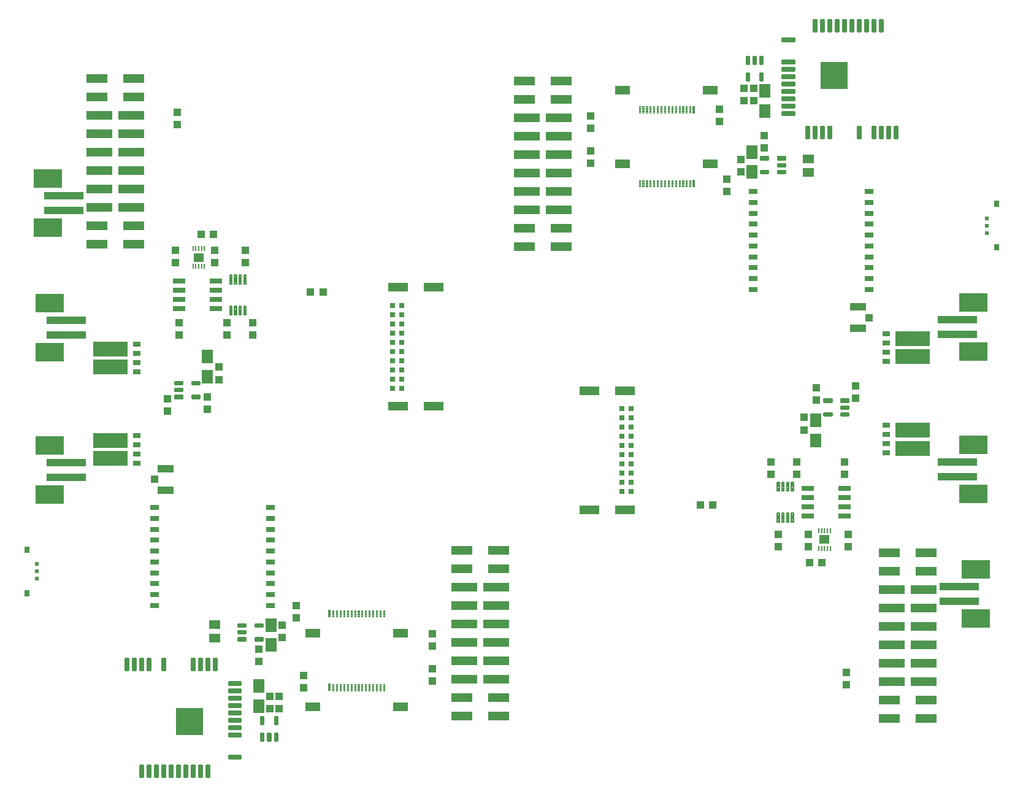
<source format=gbr>
G04 EAGLE Gerber RS-274X export*
G75*
%MOMM*%
%FSLAX34Y34*%
%LPD*%
%INSolderpaste Top*%
%IPPOS*%
%AMOC8*
5,1,8,0,0,1.08239X$1,22.5*%
G01*
%ADD10R,3.000000X1.270000*%
%ADD11R,3.680000X1.270000*%
%ADD12C,0.350000*%
%ADD13R,3.700000X3.700000*%
%ADD14R,1.270000X0.635000*%
%ADD15C,0.243678*%
%ADD16R,1.500000X1.950000*%
%ADD17R,1.080000X1.050000*%
%ADD18R,1.780000X0.720000*%
%ADD19R,1.000000X1.100000*%
%ADD20C,0.196759*%
%ADD21R,1.100000X1.000000*%
%ADD22R,0.700000X0.900000*%
%ADD23R,0.600000X0.600000*%
%ADD24R,4.851400X2.082800*%
%ADD25R,0.990600X0.762000*%
%ADD26R,5.500000X1.000000*%
%ADD27R,4.000000X2.600000*%
%ADD28C,0.120000*%
%ADD29R,0.300000X1.000000*%
%ADD30R,2.000000X1.300000*%
%ADD31R,0.800000X0.800000*%
%ADD32R,2.700000X1.200000*%
%ADD33R,0.200000X0.650000*%
%ADD34R,1.400000X1.300000*%
%ADD35R,2.200000X1.050000*%
%ADD36R,1.000000X1.050000*%
%ADD37R,1.500000X1.300000*%


D10*
X353400Y921400D03*
X353400Y946800D03*
D11*
X350000Y972200D03*
X350000Y997600D03*
X350000Y1023000D03*
X350000Y1048400D03*
X350000Y1073800D03*
X350000Y1099200D03*
D10*
X353400Y1124600D03*
X353400Y1150000D03*
X302600Y1150000D03*
X302600Y1124600D03*
D11*
X306000Y1099200D03*
X306000Y1073800D03*
X306000Y1048400D03*
X306000Y1023000D03*
X306000Y997600D03*
X306000Y972200D03*
D10*
X302600Y946800D03*
X302600Y921400D03*
X806600Y498600D03*
X806600Y473200D03*
D11*
X810000Y447800D03*
X810000Y422400D03*
X810000Y397000D03*
X810000Y371600D03*
X810000Y346200D03*
X810000Y320800D03*
D10*
X806600Y295400D03*
X806600Y270000D03*
X857400Y270000D03*
X857400Y295400D03*
D11*
X854000Y320800D03*
X854000Y346200D03*
X854000Y371600D03*
X854000Y397000D03*
X854000Y422400D03*
X854000Y447800D03*
D10*
X857400Y473200D03*
X857400Y498600D03*
D12*
X467954Y349336D02*
X467954Y333836D01*
X464454Y333836D01*
X464454Y349336D01*
X467954Y349336D01*
X467954Y337161D02*
X464454Y337161D01*
X464454Y340486D02*
X467954Y340486D01*
X467954Y343811D02*
X464454Y343811D01*
X464454Y347136D02*
X467954Y347136D01*
X457794Y202036D02*
X457794Y186536D01*
X454294Y186536D01*
X454294Y202036D01*
X457794Y202036D01*
X457794Y189861D02*
X454294Y189861D01*
X454294Y193186D02*
X457794Y193186D01*
X457794Y196511D02*
X454294Y196511D01*
X454294Y199836D02*
X457794Y199836D01*
X447634Y202036D02*
X447634Y186536D01*
X444134Y186536D01*
X444134Y202036D01*
X447634Y202036D01*
X447634Y189861D02*
X444134Y189861D01*
X444134Y193186D02*
X447634Y193186D01*
X447634Y196511D02*
X444134Y196511D01*
X444134Y199836D02*
X447634Y199836D01*
X437474Y202036D02*
X437474Y186536D01*
X433974Y186536D01*
X433974Y202036D01*
X437474Y202036D01*
X437474Y189861D02*
X433974Y189861D01*
X433974Y193186D02*
X437474Y193186D01*
X437474Y196511D02*
X433974Y196511D01*
X433974Y199836D02*
X437474Y199836D01*
X427314Y202036D02*
X427314Y186536D01*
X423814Y186536D01*
X423814Y202036D01*
X427314Y202036D01*
X427314Y189861D02*
X423814Y189861D01*
X423814Y193186D02*
X427314Y193186D01*
X427314Y196511D02*
X423814Y196511D01*
X423814Y199836D02*
X427314Y199836D01*
X417154Y202036D02*
X417154Y186536D01*
X413654Y186536D01*
X413654Y202036D01*
X417154Y202036D01*
X417154Y189861D02*
X413654Y189861D01*
X413654Y193186D02*
X417154Y193186D01*
X417154Y196511D02*
X413654Y196511D01*
X413654Y199836D02*
X417154Y199836D01*
X406994Y202036D02*
X406994Y186536D01*
X403494Y186536D01*
X403494Y202036D01*
X406994Y202036D01*
X406994Y189861D02*
X403494Y189861D01*
X403494Y193186D02*
X406994Y193186D01*
X406994Y196511D02*
X403494Y196511D01*
X403494Y199836D02*
X406994Y199836D01*
X396834Y202036D02*
X396834Y186536D01*
X393334Y186536D01*
X393334Y202036D01*
X396834Y202036D01*
X396834Y189861D02*
X393334Y189861D01*
X393334Y193186D02*
X396834Y193186D01*
X396834Y196511D02*
X393334Y196511D01*
X393334Y199836D02*
X396834Y199836D01*
X386674Y202036D02*
X386674Y186536D01*
X383174Y186536D01*
X383174Y202036D01*
X386674Y202036D01*
X386674Y189861D02*
X383174Y189861D01*
X383174Y193186D02*
X386674Y193186D01*
X386674Y196511D02*
X383174Y196511D01*
X383174Y199836D02*
X386674Y199836D01*
X376514Y202036D02*
X376514Y186536D01*
X373014Y186536D01*
X373014Y202036D01*
X376514Y202036D01*
X376514Y189861D02*
X373014Y189861D01*
X373014Y193186D02*
X376514Y193186D01*
X376514Y196511D02*
X373014Y196511D01*
X373014Y199836D02*
X376514Y199836D01*
X366354Y202036D02*
X366354Y186536D01*
X362854Y186536D01*
X362854Y202036D01*
X366354Y202036D01*
X366354Y189861D02*
X362854Y189861D01*
X362854Y193186D02*
X366354Y193186D01*
X366354Y196511D02*
X362854Y196511D01*
X362854Y199836D02*
X366354Y199836D01*
X457794Y333836D02*
X457794Y349336D01*
X457794Y333836D02*
X454294Y333836D01*
X454294Y349336D01*
X457794Y349336D01*
X457794Y337161D02*
X454294Y337161D01*
X454294Y340486D02*
X457794Y340486D01*
X457794Y343811D02*
X454294Y343811D01*
X454294Y347136D02*
X457794Y347136D01*
X447634Y349336D02*
X447634Y333836D01*
X444134Y333836D01*
X444134Y349336D01*
X447634Y349336D01*
X447634Y337161D02*
X444134Y337161D01*
X444134Y340486D02*
X447634Y340486D01*
X447634Y343811D02*
X444134Y343811D01*
X444134Y347136D02*
X447634Y347136D01*
X437474Y349336D02*
X437474Y333836D01*
X433974Y333836D01*
X433974Y349336D01*
X437474Y349336D01*
X437474Y337161D02*
X433974Y337161D01*
X433974Y340486D02*
X437474Y340486D01*
X437474Y343811D02*
X433974Y343811D01*
X433974Y347136D02*
X437474Y347136D01*
X396834Y349336D02*
X396834Y333836D01*
X393334Y333836D01*
X393334Y349336D01*
X396834Y349336D01*
X396834Y337161D02*
X393334Y337161D01*
X393334Y340486D02*
X396834Y340486D01*
X396834Y343811D02*
X393334Y343811D01*
X393334Y347136D02*
X396834Y347136D01*
X376514Y349336D02*
X376514Y333836D01*
X373014Y333836D01*
X373014Y349336D01*
X376514Y349336D01*
X376514Y337161D02*
X373014Y337161D01*
X373014Y340486D02*
X376514Y340486D01*
X376514Y343811D02*
X373014Y343811D01*
X373014Y347136D02*
X376514Y347136D01*
X366354Y349336D02*
X366354Y333836D01*
X362854Y333836D01*
X362854Y349336D01*
X366354Y349336D01*
X366354Y337161D02*
X362854Y337161D01*
X362854Y340486D02*
X366354Y340486D01*
X366354Y343811D02*
X362854Y343811D01*
X362854Y347136D02*
X366354Y347136D01*
X356194Y349336D02*
X356194Y333836D01*
X352694Y333836D01*
X352694Y349336D01*
X356194Y349336D01*
X356194Y337161D02*
X352694Y337161D01*
X352694Y340486D02*
X356194Y340486D01*
X356194Y343811D02*
X352694Y343811D01*
X352694Y347136D02*
X356194Y347136D01*
X346034Y349336D02*
X346034Y333836D01*
X342534Y333836D01*
X342534Y349336D01*
X346034Y349336D01*
X346034Y337161D02*
X342534Y337161D01*
X342534Y340486D02*
X346034Y340486D01*
X346034Y343811D02*
X342534Y343811D01*
X342534Y347136D02*
X346034Y347136D01*
X485154Y215036D02*
X500654Y215036D01*
X500654Y211536D01*
X485154Y211536D01*
X485154Y215036D01*
X485154Y214861D02*
X500654Y214861D01*
X500654Y245516D02*
X485154Y245516D01*
X500654Y245516D02*
X500654Y242016D01*
X485154Y242016D01*
X485154Y245516D01*
X485154Y245341D02*
X500654Y245341D01*
X500654Y255676D02*
X485154Y255676D01*
X500654Y255676D02*
X500654Y252176D01*
X485154Y252176D01*
X485154Y255676D01*
X485154Y255501D02*
X500654Y255501D01*
X500654Y265836D02*
X485154Y265836D01*
X500654Y265836D02*
X500654Y262336D01*
X485154Y262336D01*
X485154Y265836D01*
X485154Y265661D02*
X500654Y265661D01*
X500654Y275996D02*
X485154Y275996D01*
X500654Y275996D02*
X500654Y272496D01*
X485154Y272496D01*
X485154Y275996D01*
X485154Y275821D02*
X500654Y275821D01*
X500654Y286156D02*
X485154Y286156D01*
X500654Y286156D02*
X500654Y282656D01*
X485154Y282656D01*
X485154Y286156D01*
X485154Y285981D02*
X500654Y285981D01*
X500654Y296316D02*
X485154Y296316D01*
X500654Y296316D02*
X500654Y292816D01*
X485154Y292816D01*
X485154Y296316D01*
X485154Y296141D02*
X500654Y296141D01*
X500654Y306476D02*
X485154Y306476D01*
X500654Y306476D02*
X500654Y302976D01*
X485154Y302976D01*
X485154Y306476D01*
X485154Y306301D02*
X500654Y306301D01*
X500654Y316636D02*
X485154Y316636D01*
X500654Y316636D02*
X500654Y313136D01*
X485154Y313136D01*
X485154Y316636D01*
X485154Y316461D02*
X500654Y316461D01*
D13*
X430204Y263086D03*
D14*
X541740Y423012D03*
X541740Y438012D03*
X541740Y453012D03*
X541740Y468012D03*
X541740Y483012D03*
X541740Y498012D03*
X541740Y513012D03*
X541740Y528012D03*
X541740Y543012D03*
X541740Y558012D03*
X381740Y558012D03*
X381740Y543012D03*
X381740Y528012D03*
X381740Y513012D03*
X381740Y498012D03*
X381740Y483012D03*
X381740Y468012D03*
X381740Y453012D03*
X381740Y438012D03*
X381740Y423012D03*
D15*
X497423Y393756D02*
X507605Y393756D01*
X497423Y393756D02*
X497423Y397412D01*
X507605Y397412D01*
X507605Y393756D01*
X507605Y396071D02*
X497423Y396071D01*
X497423Y384256D02*
X507605Y384256D01*
X497423Y384256D02*
X497423Y387912D01*
X507605Y387912D01*
X507605Y384256D01*
X507605Y386571D02*
X497423Y386571D01*
X497423Y374756D02*
X507605Y374756D01*
X497423Y374756D02*
X497423Y378412D01*
X507605Y378412D01*
X507605Y374756D01*
X507605Y377071D02*
X497423Y377071D01*
X520923Y374756D02*
X531105Y374756D01*
X520923Y374756D02*
X520923Y378412D01*
X531105Y378412D01*
X531105Y374756D01*
X531105Y377071D02*
X520923Y377071D01*
X520923Y393756D02*
X531105Y393756D01*
X520923Y393756D02*
X520923Y397412D01*
X531105Y397412D01*
X531105Y393756D01*
X531105Y396071D02*
X520923Y396071D01*
X532232Y246277D02*
X532232Y236095D01*
X528576Y236095D01*
X528576Y246277D01*
X532232Y246277D01*
X532232Y238410D02*
X528576Y238410D01*
X528576Y240725D02*
X532232Y240725D01*
X532232Y243040D02*
X528576Y243040D01*
X528576Y245355D02*
X532232Y245355D01*
X541732Y246277D02*
X541732Y236095D01*
X538076Y236095D01*
X538076Y246277D01*
X541732Y246277D01*
X541732Y238410D02*
X538076Y238410D01*
X538076Y240725D02*
X541732Y240725D01*
X541732Y243040D02*
X538076Y243040D01*
X538076Y245355D02*
X541732Y245355D01*
X551232Y246277D02*
X551232Y236095D01*
X547576Y236095D01*
X547576Y246277D01*
X551232Y246277D01*
X551232Y238410D02*
X547576Y238410D01*
X547576Y240725D02*
X551232Y240725D01*
X551232Y243040D02*
X547576Y243040D01*
X547576Y245355D02*
X551232Y245355D01*
X551232Y259595D02*
X551232Y269777D01*
X551232Y259595D02*
X547576Y259595D01*
X547576Y269777D01*
X551232Y269777D01*
X551232Y261910D02*
X547576Y261910D01*
X547576Y264225D02*
X551232Y264225D01*
X551232Y266540D02*
X547576Y266540D01*
X547576Y268855D02*
X551232Y268855D01*
X532232Y269777D02*
X532232Y259595D01*
X528576Y259595D01*
X528576Y269777D01*
X532232Y269777D01*
X532232Y261910D02*
X528576Y261910D01*
X528576Y264225D02*
X532232Y264225D01*
X532232Y266540D02*
X528576Y266540D01*
X528576Y268855D02*
X532232Y268855D01*
D16*
X525904Y284186D03*
X525904Y311686D03*
X543264Y395834D03*
X543264Y368334D03*
D17*
X553904Y280186D03*
X553904Y297686D03*
X526264Y362834D03*
X526264Y345334D03*
X540904Y280186D03*
X540904Y297686D03*
X558264Y395834D03*
X558264Y378334D03*
D18*
X466652Y832250D03*
X415788Y832250D03*
X466652Y844950D03*
X466652Y857650D03*
X415788Y844950D03*
X415788Y857650D03*
X466652Y870350D03*
X415788Y870350D03*
D19*
X517420Y795810D03*
X517420Y812810D03*
X481860Y795810D03*
X481860Y812810D03*
D20*
X488825Y823725D02*
X488825Y835875D01*
X488825Y823725D02*
X485875Y823725D01*
X485875Y835875D01*
X488825Y835875D01*
X488825Y825595D02*
X485875Y825595D01*
X485875Y827465D02*
X488825Y827465D01*
X488825Y829335D02*
X485875Y829335D01*
X485875Y831205D02*
X488825Y831205D01*
X488825Y833075D02*
X485875Y833075D01*
X485875Y834945D02*
X488825Y834945D01*
X495325Y835875D02*
X495325Y823725D01*
X492375Y823725D01*
X492375Y835875D01*
X495325Y835875D01*
X495325Y825595D02*
X492375Y825595D01*
X492375Y827465D02*
X495325Y827465D01*
X495325Y829335D02*
X492375Y829335D01*
X492375Y831205D02*
X495325Y831205D01*
X495325Y833075D02*
X492375Y833075D01*
X492375Y834945D02*
X495325Y834945D01*
X501825Y835875D02*
X501825Y823725D01*
X498875Y823725D01*
X498875Y835875D01*
X501825Y835875D01*
X501825Y825595D02*
X498875Y825595D01*
X498875Y827465D02*
X501825Y827465D01*
X501825Y829335D02*
X498875Y829335D01*
X498875Y831205D02*
X501825Y831205D01*
X501825Y833075D02*
X498875Y833075D01*
X498875Y834945D02*
X501825Y834945D01*
X508325Y835875D02*
X508325Y823725D01*
X505375Y823725D01*
X505375Y835875D01*
X508325Y835875D01*
X508325Y825595D02*
X505375Y825595D01*
X505375Y827465D02*
X508325Y827465D01*
X508325Y829335D02*
X505375Y829335D01*
X505375Y831205D02*
X508325Y831205D01*
X508325Y833075D02*
X505375Y833075D01*
X505375Y834945D02*
X508325Y834945D01*
X508325Y866725D02*
X508325Y878875D01*
X508325Y866725D02*
X505375Y866725D01*
X505375Y878875D01*
X508325Y878875D01*
X508325Y868595D02*
X505375Y868595D01*
X505375Y870465D02*
X508325Y870465D01*
X508325Y872335D02*
X505375Y872335D01*
X505375Y874205D02*
X508325Y874205D01*
X508325Y876075D02*
X505375Y876075D01*
X505375Y877945D02*
X508325Y877945D01*
X501825Y878875D02*
X501825Y866725D01*
X498875Y866725D01*
X498875Y878875D01*
X501825Y878875D01*
X501825Y868595D02*
X498875Y868595D01*
X498875Y870465D02*
X501825Y870465D01*
X501825Y872335D02*
X498875Y872335D01*
X498875Y874205D02*
X501825Y874205D01*
X501825Y876075D02*
X498875Y876075D01*
X498875Y877945D02*
X501825Y877945D01*
X495325Y878875D02*
X495325Y866725D01*
X492375Y866725D01*
X492375Y878875D01*
X495325Y878875D01*
X495325Y868595D02*
X492375Y868595D01*
X492375Y870465D02*
X495325Y870465D01*
X495325Y872335D02*
X492375Y872335D01*
X492375Y874205D02*
X495325Y874205D01*
X495325Y876075D02*
X492375Y876075D01*
X492375Y877945D02*
X495325Y877945D01*
X488825Y878875D02*
X488825Y866725D01*
X485875Y866725D01*
X485875Y878875D01*
X488825Y878875D01*
X488825Y868595D02*
X485875Y868595D01*
X485875Y870465D02*
X488825Y870465D01*
X488825Y872335D02*
X485875Y872335D01*
X485875Y874205D02*
X488825Y874205D01*
X488825Y876075D02*
X485875Y876075D01*
X485875Y877945D02*
X488825Y877945D01*
D19*
X507260Y896140D03*
X507260Y913140D03*
X415820Y812810D03*
X415820Y795810D03*
X410740Y896140D03*
X410740Y913140D03*
X465350Y913140D03*
X465350Y896140D03*
D21*
X446690Y935120D03*
X463690Y935120D03*
D15*
X420333Y728192D02*
X410151Y728192D01*
X410151Y731848D01*
X420333Y731848D01*
X420333Y728192D01*
X420333Y730507D02*
X410151Y730507D01*
X410151Y718692D02*
X420333Y718692D01*
X410151Y718692D02*
X410151Y722348D01*
X420333Y722348D01*
X420333Y718692D01*
X420333Y721007D02*
X410151Y721007D01*
X410151Y709192D02*
X420333Y709192D01*
X410151Y709192D02*
X410151Y712848D01*
X420333Y712848D01*
X420333Y709192D01*
X420333Y711507D02*
X410151Y711507D01*
X433651Y709192D02*
X443833Y709192D01*
X433651Y709192D02*
X433651Y712848D01*
X443833Y712848D01*
X443833Y709192D01*
X443833Y711507D02*
X433651Y711507D01*
X433651Y728192D02*
X443833Y728192D01*
X433651Y728192D02*
X433651Y731848D01*
X443833Y731848D01*
X443833Y728192D01*
X443833Y730507D02*
X433651Y730507D01*
D16*
X455016Y738594D03*
X455016Y766094D03*
D17*
X454636Y710846D03*
X454636Y693346D03*
X471364Y734578D03*
X471364Y752078D03*
D22*
X205824Y499936D03*
X205824Y439936D03*
D23*
X219374Y469936D03*
X219374Y479936D03*
X219374Y459936D03*
D19*
X400184Y691060D03*
X400184Y708060D03*
D24*
X321167Y625798D03*
X321167Y650690D03*
D25*
X357743Y631894D03*
X357743Y619194D03*
X357743Y644594D03*
X357743Y657294D03*
D24*
X321167Y752186D03*
X321167Y777078D03*
D25*
X357743Y758282D03*
X357743Y745582D03*
X357743Y770982D03*
X357743Y783682D03*
D26*
X260000Y816260D03*
X260000Y796260D03*
D27*
X237500Y840260D03*
X237500Y772260D03*
D26*
X260000Y620000D03*
X260000Y600000D03*
D27*
X237500Y644000D03*
X237500Y576000D03*
D28*
X657648Y305416D02*
X659448Y305416D01*
X657648Y305416D02*
X657648Y314216D01*
X659448Y314216D01*
X659448Y305416D01*
X659448Y306556D02*
X657648Y306556D01*
X657648Y307696D02*
X659448Y307696D01*
X659448Y308836D02*
X657648Y308836D01*
X657648Y309976D02*
X659448Y309976D01*
X659448Y311116D02*
X657648Y311116D01*
X657648Y312256D02*
X659448Y312256D01*
X659448Y313396D02*
X657648Y313396D01*
X662648Y305416D02*
X664448Y305416D01*
X662648Y305416D02*
X662648Y314216D01*
X664448Y314216D01*
X664448Y305416D01*
X664448Y306556D02*
X662648Y306556D01*
X662648Y307696D02*
X664448Y307696D01*
X664448Y308836D02*
X662648Y308836D01*
X662648Y309976D02*
X664448Y309976D01*
X664448Y311116D02*
X662648Y311116D01*
X662648Y312256D02*
X664448Y312256D01*
X664448Y313396D02*
X662648Y313396D01*
X654448Y305416D02*
X652648Y305416D01*
X652648Y314216D01*
X654448Y314216D01*
X654448Y305416D01*
X654448Y306556D02*
X652648Y306556D01*
X652648Y307696D02*
X654448Y307696D01*
X654448Y308836D02*
X652648Y308836D01*
X652648Y309976D02*
X654448Y309976D01*
X654448Y311116D02*
X652648Y311116D01*
X652648Y312256D02*
X654448Y312256D01*
X654448Y313396D02*
X652648Y313396D01*
X649448Y305416D02*
X647648Y305416D01*
X647648Y314216D01*
X649448Y314216D01*
X649448Y305416D01*
X649448Y306556D02*
X647648Y306556D01*
X647648Y307696D02*
X649448Y307696D01*
X649448Y308836D02*
X647648Y308836D01*
X647648Y309976D02*
X649448Y309976D01*
X649448Y311116D02*
X647648Y311116D01*
X647648Y312256D02*
X649448Y312256D01*
X649448Y313396D02*
X647648Y313396D01*
X644448Y305416D02*
X642648Y305416D01*
X642648Y314216D01*
X644448Y314216D01*
X644448Y305416D01*
X644448Y306556D02*
X642648Y306556D01*
X642648Y307696D02*
X644448Y307696D01*
X644448Y308836D02*
X642648Y308836D01*
X642648Y309976D02*
X644448Y309976D01*
X644448Y311116D02*
X642648Y311116D01*
X642648Y312256D02*
X644448Y312256D01*
X644448Y313396D02*
X642648Y313396D01*
X639448Y305416D02*
X637648Y305416D01*
X637648Y314216D01*
X639448Y314216D01*
X639448Y305416D01*
X639448Y306556D02*
X637648Y306556D01*
X637648Y307696D02*
X639448Y307696D01*
X639448Y308836D02*
X637648Y308836D01*
X637648Y309976D02*
X639448Y309976D01*
X639448Y311116D02*
X637648Y311116D01*
X637648Y312256D02*
X639448Y312256D01*
X639448Y313396D02*
X637648Y313396D01*
X634448Y305416D02*
X632648Y305416D01*
X632648Y314216D01*
X634448Y314216D01*
X634448Y305416D01*
X634448Y306556D02*
X632648Y306556D01*
X632648Y307696D02*
X634448Y307696D01*
X634448Y308836D02*
X632648Y308836D01*
X632648Y309976D02*
X634448Y309976D01*
X634448Y311116D02*
X632648Y311116D01*
X632648Y312256D02*
X634448Y312256D01*
X634448Y313396D02*
X632648Y313396D01*
X629448Y305416D02*
X627648Y305416D01*
X627648Y314216D01*
X629448Y314216D01*
X629448Y305416D01*
X629448Y306556D02*
X627648Y306556D01*
X627648Y307696D02*
X629448Y307696D01*
X629448Y308836D02*
X627648Y308836D01*
X627648Y309976D02*
X629448Y309976D01*
X629448Y311116D02*
X627648Y311116D01*
X627648Y312256D02*
X629448Y312256D01*
X629448Y313396D02*
X627648Y313396D01*
D29*
X623548Y309816D03*
D28*
X667648Y305416D02*
X669448Y305416D01*
X667648Y305416D02*
X667648Y314216D01*
X669448Y314216D01*
X669448Y305416D01*
X669448Y306556D02*
X667648Y306556D01*
X667648Y307696D02*
X669448Y307696D01*
X669448Y308836D02*
X667648Y308836D01*
X667648Y309976D02*
X669448Y309976D01*
X669448Y311116D02*
X667648Y311116D01*
X667648Y312256D02*
X669448Y312256D01*
X669448Y313396D02*
X667648Y313396D01*
X672648Y305416D02*
X674448Y305416D01*
X672648Y305416D02*
X672648Y314216D01*
X674448Y314216D01*
X674448Y305416D01*
X674448Y306556D02*
X672648Y306556D01*
X672648Y307696D02*
X674448Y307696D01*
X674448Y308836D02*
X672648Y308836D01*
X672648Y309976D02*
X674448Y309976D01*
X674448Y311116D02*
X672648Y311116D01*
X672648Y312256D02*
X674448Y312256D01*
X674448Y313396D02*
X672648Y313396D01*
X677648Y305416D02*
X679448Y305416D01*
X677648Y305416D02*
X677648Y314216D01*
X679448Y314216D01*
X679448Y305416D01*
X679448Y306556D02*
X677648Y306556D01*
X677648Y307696D02*
X679448Y307696D01*
X679448Y308836D02*
X677648Y308836D01*
X677648Y309976D02*
X679448Y309976D01*
X679448Y311116D02*
X677648Y311116D01*
X677648Y312256D02*
X679448Y312256D01*
X679448Y313396D02*
X677648Y313396D01*
X682648Y305416D02*
X684448Y305416D01*
X682648Y305416D02*
X682648Y314216D01*
X684448Y314216D01*
X684448Y305416D01*
X684448Y306556D02*
X682648Y306556D01*
X682648Y307696D02*
X684448Y307696D01*
X684448Y308836D02*
X682648Y308836D01*
X682648Y309976D02*
X684448Y309976D01*
X684448Y311116D02*
X682648Y311116D01*
X682648Y312256D02*
X684448Y312256D01*
X684448Y313396D02*
X682648Y313396D01*
X687648Y305416D02*
X689448Y305416D01*
X687648Y305416D02*
X687648Y314216D01*
X689448Y314216D01*
X689448Y305416D01*
X689448Y306556D02*
X687648Y306556D01*
X687648Y307696D02*
X689448Y307696D01*
X689448Y308836D02*
X687648Y308836D01*
X687648Y309976D02*
X689448Y309976D01*
X689448Y311116D02*
X687648Y311116D01*
X687648Y312256D02*
X689448Y312256D01*
X689448Y313396D02*
X687648Y313396D01*
X692648Y305416D02*
X694448Y305416D01*
X692648Y305416D02*
X692648Y314216D01*
X694448Y314216D01*
X694448Y305416D01*
X694448Y306556D02*
X692648Y306556D01*
X692648Y307696D02*
X694448Y307696D01*
X694448Y308836D02*
X692648Y308836D01*
X692648Y309976D02*
X694448Y309976D01*
X694448Y311116D02*
X692648Y311116D01*
X692648Y312256D02*
X694448Y312256D01*
X694448Y313396D02*
X692648Y313396D01*
X697648Y305416D02*
X699448Y305416D01*
X697648Y305416D02*
X697648Y314216D01*
X699448Y314216D01*
X699448Y305416D01*
X699448Y306556D02*
X697648Y306556D01*
X697648Y307696D02*
X699448Y307696D01*
X699448Y308836D02*
X697648Y308836D01*
X697648Y309976D02*
X699448Y309976D01*
X699448Y311116D02*
X697648Y311116D01*
X697648Y312256D02*
X699448Y312256D01*
X699448Y313396D02*
X697648Y313396D01*
D30*
X721548Y282816D03*
X600548Y282816D03*
D28*
X657648Y407524D02*
X659448Y407524D01*
X657648Y407524D02*
X657648Y416324D01*
X659448Y416324D01*
X659448Y407524D01*
X659448Y408664D02*
X657648Y408664D01*
X657648Y409804D02*
X659448Y409804D01*
X659448Y410944D02*
X657648Y410944D01*
X657648Y412084D02*
X659448Y412084D01*
X659448Y413224D02*
X657648Y413224D01*
X657648Y414364D02*
X659448Y414364D01*
X659448Y415504D02*
X657648Y415504D01*
X662648Y407524D02*
X664448Y407524D01*
X662648Y407524D02*
X662648Y416324D01*
X664448Y416324D01*
X664448Y407524D01*
X664448Y408664D02*
X662648Y408664D01*
X662648Y409804D02*
X664448Y409804D01*
X664448Y410944D02*
X662648Y410944D01*
X662648Y412084D02*
X664448Y412084D01*
X664448Y413224D02*
X662648Y413224D01*
X662648Y414364D02*
X664448Y414364D01*
X664448Y415504D02*
X662648Y415504D01*
X654448Y407524D02*
X652648Y407524D01*
X652648Y416324D01*
X654448Y416324D01*
X654448Y407524D01*
X654448Y408664D02*
X652648Y408664D01*
X652648Y409804D02*
X654448Y409804D01*
X654448Y410944D02*
X652648Y410944D01*
X652648Y412084D02*
X654448Y412084D01*
X654448Y413224D02*
X652648Y413224D01*
X652648Y414364D02*
X654448Y414364D01*
X654448Y415504D02*
X652648Y415504D01*
X649448Y407524D02*
X647648Y407524D01*
X647648Y416324D01*
X649448Y416324D01*
X649448Y407524D01*
X649448Y408664D02*
X647648Y408664D01*
X647648Y409804D02*
X649448Y409804D01*
X649448Y410944D02*
X647648Y410944D01*
X647648Y412084D02*
X649448Y412084D01*
X649448Y413224D02*
X647648Y413224D01*
X647648Y414364D02*
X649448Y414364D01*
X649448Y415504D02*
X647648Y415504D01*
X644448Y407524D02*
X642648Y407524D01*
X642648Y416324D01*
X644448Y416324D01*
X644448Y407524D01*
X644448Y408664D02*
X642648Y408664D01*
X642648Y409804D02*
X644448Y409804D01*
X644448Y410944D02*
X642648Y410944D01*
X642648Y412084D02*
X644448Y412084D01*
X644448Y413224D02*
X642648Y413224D01*
X642648Y414364D02*
X644448Y414364D01*
X644448Y415504D02*
X642648Y415504D01*
X639448Y407524D02*
X637648Y407524D01*
X637648Y416324D01*
X639448Y416324D01*
X639448Y407524D01*
X639448Y408664D02*
X637648Y408664D01*
X637648Y409804D02*
X639448Y409804D01*
X639448Y410944D02*
X637648Y410944D01*
X637648Y412084D02*
X639448Y412084D01*
X639448Y413224D02*
X637648Y413224D01*
X637648Y414364D02*
X639448Y414364D01*
X639448Y415504D02*
X637648Y415504D01*
X634448Y407524D02*
X632648Y407524D01*
X632648Y416324D01*
X634448Y416324D01*
X634448Y407524D01*
X634448Y408664D02*
X632648Y408664D01*
X632648Y409804D02*
X634448Y409804D01*
X634448Y410944D02*
X632648Y410944D01*
X632648Y412084D02*
X634448Y412084D01*
X634448Y413224D02*
X632648Y413224D01*
X632648Y414364D02*
X634448Y414364D01*
X634448Y415504D02*
X632648Y415504D01*
X629448Y407524D02*
X627648Y407524D01*
X627648Y416324D01*
X629448Y416324D01*
X629448Y407524D01*
X629448Y408664D02*
X627648Y408664D01*
X627648Y409804D02*
X629448Y409804D01*
X629448Y410944D02*
X627648Y410944D01*
X627648Y412084D02*
X629448Y412084D01*
X629448Y413224D02*
X627648Y413224D01*
X627648Y414364D02*
X629448Y414364D01*
X629448Y415504D02*
X627648Y415504D01*
D29*
X623548Y411924D03*
D28*
X667648Y407524D02*
X669448Y407524D01*
X667648Y407524D02*
X667648Y416324D01*
X669448Y416324D01*
X669448Y407524D01*
X669448Y408664D02*
X667648Y408664D01*
X667648Y409804D02*
X669448Y409804D01*
X669448Y410944D02*
X667648Y410944D01*
X667648Y412084D02*
X669448Y412084D01*
X669448Y413224D02*
X667648Y413224D01*
X667648Y414364D02*
X669448Y414364D01*
X669448Y415504D02*
X667648Y415504D01*
X672648Y407524D02*
X674448Y407524D01*
X672648Y407524D02*
X672648Y416324D01*
X674448Y416324D01*
X674448Y407524D01*
X674448Y408664D02*
X672648Y408664D01*
X672648Y409804D02*
X674448Y409804D01*
X674448Y410944D02*
X672648Y410944D01*
X672648Y412084D02*
X674448Y412084D01*
X674448Y413224D02*
X672648Y413224D01*
X672648Y414364D02*
X674448Y414364D01*
X674448Y415504D02*
X672648Y415504D01*
X677648Y407524D02*
X679448Y407524D01*
X677648Y407524D02*
X677648Y416324D01*
X679448Y416324D01*
X679448Y407524D01*
X679448Y408664D02*
X677648Y408664D01*
X677648Y409804D02*
X679448Y409804D01*
X679448Y410944D02*
X677648Y410944D01*
X677648Y412084D02*
X679448Y412084D01*
X679448Y413224D02*
X677648Y413224D01*
X677648Y414364D02*
X679448Y414364D01*
X679448Y415504D02*
X677648Y415504D01*
X682648Y407524D02*
X684448Y407524D01*
X682648Y407524D02*
X682648Y416324D01*
X684448Y416324D01*
X684448Y407524D01*
X684448Y408664D02*
X682648Y408664D01*
X682648Y409804D02*
X684448Y409804D01*
X684448Y410944D02*
X682648Y410944D01*
X682648Y412084D02*
X684448Y412084D01*
X684448Y413224D02*
X682648Y413224D01*
X682648Y414364D02*
X684448Y414364D01*
X684448Y415504D02*
X682648Y415504D01*
X687648Y407524D02*
X689448Y407524D01*
X687648Y407524D02*
X687648Y416324D01*
X689448Y416324D01*
X689448Y407524D01*
X689448Y408664D02*
X687648Y408664D01*
X687648Y409804D02*
X689448Y409804D01*
X689448Y410944D02*
X687648Y410944D01*
X687648Y412084D02*
X689448Y412084D01*
X689448Y413224D02*
X687648Y413224D01*
X687648Y414364D02*
X689448Y414364D01*
X689448Y415504D02*
X687648Y415504D01*
X692648Y407524D02*
X694448Y407524D01*
X692648Y407524D02*
X692648Y416324D01*
X694448Y416324D01*
X694448Y407524D01*
X694448Y408664D02*
X692648Y408664D01*
X692648Y409804D02*
X694448Y409804D01*
X694448Y410944D02*
X692648Y410944D01*
X692648Y412084D02*
X694448Y412084D01*
X694448Y413224D02*
X692648Y413224D01*
X692648Y414364D02*
X694448Y414364D01*
X694448Y415504D02*
X692648Y415504D01*
X697648Y407524D02*
X699448Y407524D01*
X697648Y407524D02*
X697648Y416324D01*
X699448Y416324D01*
X699448Y407524D01*
X699448Y408664D02*
X697648Y408664D01*
X697648Y409804D02*
X699448Y409804D01*
X699448Y410944D02*
X697648Y410944D01*
X697648Y412084D02*
X699448Y412084D01*
X699448Y413224D02*
X697648Y413224D01*
X697648Y414364D02*
X699448Y414364D01*
X699448Y415504D02*
X697648Y415504D01*
D30*
X721548Y384924D03*
X600548Y384924D03*
D31*
X710300Y722850D03*
X710300Y735550D03*
X710300Y748250D03*
X710300Y760950D03*
X710300Y773650D03*
X710300Y786350D03*
X710300Y799050D03*
X710300Y811750D03*
X710300Y824450D03*
X710300Y837150D03*
X723000Y837150D03*
X723000Y824450D03*
X723000Y811750D03*
X723000Y799050D03*
X723000Y786350D03*
X723000Y773650D03*
X723000Y760950D03*
X723000Y748250D03*
X723000Y735550D03*
X723000Y722850D03*
D32*
X767500Y697900D03*
X767500Y862100D03*
X718500Y862100D03*
X718500Y697900D03*
D33*
X435000Y890750D03*
X439000Y890750D03*
X443000Y890750D03*
X447000Y890750D03*
X451000Y890750D03*
X451000Y915250D03*
X447000Y915250D03*
X443000Y915250D03*
X439000Y915250D03*
X435000Y915250D03*
D34*
X443000Y903000D03*
D35*
X397000Y611750D03*
X397000Y582250D03*
D36*
X381750Y597000D03*
D37*
X465000Y377500D03*
X465000Y396500D03*
D19*
X588000Y326500D03*
X588000Y309500D03*
X578000Y422500D03*
X578000Y405500D03*
X413000Y1086500D03*
X413000Y1103500D03*
X766000Y366500D03*
X766000Y383500D03*
X766000Y335500D03*
X766000Y318500D03*
D26*
X257000Y988000D03*
X257000Y968000D03*
D27*
X234500Y1012000D03*
X234500Y944000D03*
D21*
X614500Y855000D03*
X597500Y855000D03*
D10*
X1396600Y495600D03*
X1396600Y470200D03*
D11*
X1400000Y444800D03*
X1400000Y419400D03*
X1400000Y394000D03*
X1400000Y368600D03*
X1400000Y343200D03*
X1400000Y317800D03*
D10*
X1396600Y292400D03*
X1396600Y267000D03*
X1447400Y267000D03*
X1447400Y292400D03*
D11*
X1444000Y317800D03*
X1444000Y343200D03*
X1444000Y368600D03*
X1444000Y394000D03*
X1444000Y419400D03*
X1444000Y444800D03*
D10*
X1447400Y470200D03*
X1447400Y495600D03*
X943400Y918400D03*
X943400Y943800D03*
D11*
X940000Y969200D03*
X940000Y994600D03*
X940000Y1020000D03*
X940000Y1045400D03*
X940000Y1070800D03*
X940000Y1096200D03*
D10*
X943400Y1121600D03*
X943400Y1147000D03*
X892600Y1147000D03*
X892600Y1121600D03*
D11*
X896000Y1096200D03*
X896000Y1070800D03*
X896000Y1045400D03*
X896000Y1020000D03*
X896000Y994600D03*
X896000Y969200D03*
D10*
X892600Y943800D03*
X892600Y918400D03*
D12*
X1282046Y1067664D02*
X1282046Y1083164D01*
X1285546Y1083164D01*
X1285546Y1067664D01*
X1282046Y1067664D01*
X1282046Y1070989D02*
X1285546Y1070989D01*
X1285546Y1074314D02*
X1282046Y1074314D01*
X1282046Y1077639D02*
X1285546Y1077639D01*
X1285546Y1080964D02*
X1282046Y1080964D01*
X1292206Y1214964D02*
X1292206Y1230464D01*
X1295706Y1230464D01*
X1295706Y1214964D01*
X1292206Y1214964D01*
X1292206Y1218289D02*
X1295706Y1218289D01*
X1295706Y1221614D02*
X1292206Y1221614D01*
X1292206Y1224939D02*
X1295706Y1224939D01*
X1295706Y1228264D02*
X1292206Y1228264D01*
X1302366Y1230464D02*
X1302366Y1214964D01*
X1302366Y1230464D02*
X1305866Y1230464D01*
X1305866Y1214964D01*
X1302366Y1214964D01*
X1302366Y1218289D02*
X1305866Y1218289D01*
X1305866Y1221614D02*
X1302366Y1221614D01*
X1302366Y1224939D02*
X1305866Y1224939D01*
X1305866Y1228264D02*
X1302366Y1228264D01*
X1312526Y1230464D02*
X1312526Y1214964D01*
X1312526Y1230464D02*
X1316026Y1230464D01*
X1316026Y1214964D01*
X1312526Y1214964D01*
X1312526Y1218289D02*
X1316026Y1218289D01*
X1316026Y1221614D02*
X1312526Y1221614D01*
X1312526Y1224939D02*
X1316026Y1224939D01*
X1316026Y1228264D02*
X1312526Y1228264D01*
X1322686Y1230464D02*
X1322686Y1214964D01*
X1322686Y1230464D02*
X1326186Y1230464D01*
X1326186Y1214964D01*
X1322686Y1214964D01*
X1322686Y1218289D02*
X1326186Y1218289D01*
X1326186Y1221614D02*
X1322686Y1221614D01*
X1322686Y1224939D02*
X1326186Y1224939D01*
X1326186Y1228264D02*
X1322686Y1228264D01*
X1332846Y1230464D02*
X1332846Y1214964D01*
X1332846Y1230464D02*
X1336346Y1230464D01*
X1336346Y1214964D01*
X1332846Y1214964D01*
X1332846Y1218289D02*
X1336346Y1218289D01*
X1336346Y1221614D02*
X1332846Y1221614D01*
X1332846Y1224939D02*
X1336346Y1224939D01*
X1336346Y1228264D02*
X1332846Y1228264D01*
X1343006Y1230464D02*
X1343006Y1214964D01*
X1343006Y1230464D02*
X1346506Y1230464D01*
X1346506Y1214964D01*
X1343006Y1214964D01*
X1343006Y1218289D02*
X1346506Y1218289D01*
X1346506Y1221614D02*
X1343006Y1221614D01*
X1343006Y1224939D02*
X1346506Y1224939D01*
X1346506Y1228264D02*
X1343006Y1228264D01*
X1353166Y1230464D02*
X1353166Y1214964D01*
X1353166Y1230464D02*
X1356666Y1230464D01*
X1356666Y1214964D01*
X1353166Y1214964D01*
X1353166Y1218289D02*
X1356666Y1218289D01*
X1356666Y1221614D02*
X1353166Y1221614D01*
X1353166Y1224939D02*
X1356666Y1224939D01*
X1356666Y1228264D02*
X1353166Y1228264D01*
X1363326Y1230464D02*
X1363326Y1214964D01*
X1363326Y1230464D02*
X1366826Y1230464D01*
X1366826Y1214964D01*
X1363326Y1214964D01*
X1363326Y1218289D02*
X1366826Y1218289D01*
X1366826Y1221614D02*
X1363326Y1221614D01*
X1363326Y1224939D02*
X1366826Y1224939D01*
X1366826Y1228264D02*
X1363326Y1228264D01*
X1373486Y1230464D02*
X1373486Y1214964D01*
X1373486Y1230464D02*
X1376986Y1230464D01*
X1376986Y1214964D01*
X1373486Y1214964D01*
X1373486Y1218289D02*
X1376986Y1218289D01*
X1376986Y1221614D02*
X1373486Y1221614D01*
X1373486Y1224939D02*
X1376986Y1224939D01*
X1376986Y1228264D02*
X1373486Y1228264D01*
X1383646Y1230464D02*
X1383646Y1214964D01*
X1383646Y1230464D02*
X1387146Y1230464D01*
X1387146Y1214964D01*
X1383646Y1214964D01*
X1383646Y1218289D02*
X1387146Y1218289D01*
X1387146Y1221614D02*
X1383646Y1221614D01*
X1383646Y1224939D02*
X1387146Y1224939D01*
X1387146Y1228264D02*
X1383646Y1228264D01*
X1292206Y1083164D02*
X1292206Y1067664D01*
X1292206Y1083164D02*
X1295706Y1083164D01*
X1295706Y1067664D01*
X1292206Y1067664D01*
X1292206Y1070989D02*
X1295706Y1070989D01*
X1295706Y1074314D02*
X1292206Y1074314D01*
X1292206Y1077639D02*
X1295706Y1077639D01*
X1295706Y1080964D02*
X1292206Y1080964D01*
X1302366Y1083164D02*
X1302366Y1067664D01*
X1302366Y1083164D02*
X1305866Y1083164D01*
X1305866Y1067664D01*
X1302366Y1067664D01*
X1302366Y1070989D02*
X1305866Y1070989D01*
X1305866Y1074314D02*
X1302366Y1074314D01*
X1302366Y1077639D02*
X1305866Y1077639D01*
X1305866Y1080964D02*
X1302366Y1080964D01*
X1312526Y1083164D02*
X1312526Y1067664D01*
X1312526Y1083164D02*
X1316026Y1083164D01*
X1316026Y1067664D01*
X1312526Y1067664D01*
X1312526Y1070989D02*
X1316026Y1070989D01*
X1316026Y1074314D02*
X1312526Y1074314D01*
X1312526Y1077639D02*
X1316026Y1077639D01*
X1316026Y1080964D02*
X1312526Y1080964D01*
X1353166Y1083164D02*
X1353166Y1067664D01*
X1353166Y1083164D02*
X1356666Y1083164D01*
X1356666Y1067664D01*
X1353166Y1067664D01*
X1353166Y1070989D02*
X1356666Y1070989D01*
X1356666Y1074314D02*
X1353166Y1074314D01*
X1353166Y1077639D02*
X1356666Y1077639D01*
X1356666Y1080964D02*
X1353166Y1080964D01*
X1373486Y1083164D02*
X1373486Y1067664D01*
X1373486Y1083164D02*
X1376986Y1083164D01*
X1376986Y1067664D01*
X1373486Y1067664D01*
X1373486Y1070989D02*
X1376986Y1070989D01*
X1376986Y1074314D02*
X1373486Y1074314D01*
X1373486Y1077639D02*
X1376986Y1077639D01*
X1376986Y1080964D02*
X1373486Y1080964D01*
X1383646Y1083164D02*
X1383646Y1067664D01*
X1383646Y1083164D02*
X1387146Y1083164D01*
X1387146Y1067664D01*
X1383646Y1067664D01*
X1383646Y1070989D02*
X1387146Y1070989D01*
X1387146Y1074314D02*
X1383646Y1074314D01*
X1383646Y1077639D02*
X1387146Y1077639D01*
X1387146Y1080964D02*
X1383646Y1080964D01*
X1393806Y1083164D02*
X1393806Y1067664D01*
X1393806Y1083164D02*
X1397306Y1083164D01*
X1397306Y1067664D01*
X1393806Y1067664D01*
X1393806Y1070989D02*
X1397306Y1070989D01*
X1397306Y1074314D02*
X1393806Y1074314D01*
X1393806Y1077639D02*
X1397306Y1077639D01*
X1397306Y1080964D02*
X1393806Y1080964D01*
X1403966Y1083164D02*
X1403966Y1067664D01*
X1403966Y1083164D02*
X1407466Y1083164D01*
X1407466Y1067664D01*
X1403966Y1067664D01*
X1403966Y1070989D02*
X1407466Y1070989D01*
X1407466Y1074314D02*
X1403966Y1074314D01*
X1403966Y1077639D02*
X1407466Y1077639D01*
X1407466Y1080964D02*
X1403966Y1080964D01*
X1264846Y1201964D02*
X1249346Y1201964D01*
X1249346Y1205464D01*
X1264846Y1205464D01*
X1264846Y1201964D01*
X1264846Y1205289D02*
X1249346Y1205289D01*
X1249346Y1171484D02*
X1264846Y1171484D01*
X1249346Y1171484D02*
X1249346Y1174984D01*
X1264846Y1174984D01*
X1264846Y1171484D01*
X1264846Y1174809D02*
X1249346Y1174809D01*
X1249346Y1161324D02*
X1264846Y1161324D01*
X1249346Y1161324D02*
X1249346Y1164824D01*
X1264846Y1164824D01*
X1264846Y1161324D01*
X1264846Y1164649D02*
X1249346Y1164649D01*
X1249346Y1151164D02*
X1264846Y1151164D01*
X1249346Y1151164D02*
X1249346Y1154664D01*
X1264846Y1154664D01*
X1264846Y1151164D01*
X1264846Y1154489D02*
X1249346Y1154489D01*
X1249346Y1141004D02*
X1264846Y1141004D01*
X1249346Y1141004D02*
X1249346Y1144504D01*
X1264846Y1144504D01*
X1264846Y1141004D01*
X1264846Y1144329D02*
X1249346Y1144329D01*
X1249346Y1130844D02*
X1264846Y1130844D01*
X1249346Y1130844D02*
X1249346Y1134344D01*
X1264846Y1134344D01*
X1264846Y1130844D01*
X1264846Y1134169D02*
X1249346Y1134169D01*
X1249346Y1120684D02*
X1264846Y1120684D01*
X1249346Y1120684D02*
X1249346Y1124184D01*
X1264846Y1124184D01*
X1264846Y1120684D01*
X1264846Y1124009D02*
X1249346Y1124009D01*
X1249346Y1110524D02*
X1264846Y1110524D01*
X1249346Y1110524D02*
X1249346Y1114024D01*
X1264846Y1114024D01*
X1264846Y1110524D01*
X1264846Y1113849D02*
X1249346Y1113849D01*
X1249346Y1100364D02*
X1264846Y1100364D01*
X1249346Y1100364D02*
X1249346Y1103864D01*
X1264846Y1103864D01*
X1264846Y1100364D01*
X1264846Y1103689D02*
X1249346Y1103689D01*
D13*
X1319796Y1153914D03*
D14*
X1208260Y993988D03*
X1208260Y978988D03*
X1208260Y963988D03*
X1208260Y948988D03*
X1208260Y933988D03*
X1208260Y918988D03*
X1208260Y903988D03*
X1208260Y888988D03*
X1208260Y873988D03*
X1208260Y858988D03*
X1368260Y858988D03*
X1368260Y873988D03*
X1368260Y888988D03*
X1368260Y903988D03*
X1368260Y918988D03*
X1368260Y933988D03*
X1368260Y948988D03*
X1368260Y963988D03*
X1368260Y978988D03*
X1368260Y993988D03*
D15*
X1252577Y1023244D02*
X1242395Y1023244D01*
X1252577Y1023244D02*
X1252577Y1019588D01*
X1242395Y1019588D01*
X1242395Y1023244D01*
X1242395Y1021903D02*
X1252577Y1021903D01*
X1252577Y1032744D02*
X1242395Y1032744D01*
X1252577Y1032744D02*
X1252577Y1029088D01*
X1242395Y1029088D01*
X1242395Y1032744D01*
X1242395Y1031403D02*
X1252577Y1031403D01*
X1252577Y1042244D02*
X1242395Y1042244D01*
X1252577Y1042244D02*
X1252577Y1038588D01*
X1242395Y1038588D01*
X1242395Y1042244D01*
X1242395Y1040903D02*
X1252577Y1040903D01*
X1229077Y1042244D02*
X1218895Y1042244D01*
X1229077Y1042244D02*
X1229077Y1038588D01*
X1218895Y1038588D01*
X1218895Y1042244D01*
X1218895Y1040903D02*
X1229077Y1040903D01*
X1229077Y1023244D02*
X1218895Y1023244D01*
X1229077Y1023244D02*
X1229077Y1019588D01*
X1218895Y1019588D01*
X1218895Y1023244D01*
X1218895Y1021903D02*
X1229077Y1021903D01*
X1217768Y1170723D02*
X1217768Y1180905D01*
X1221424Y1180905D01*
X1221424Y1170723D01*
X1217768Y1170723D01*
X1217768Y1173038D02*
X1221424Y1173038D01*
X1221424Y1175353D02*
X1217768Y1175353D01*
X1217768Y1177668D02*
X1221424Y1177668D01*
X1221424Y1179983D02*
X1217768Y1179983D01*
X1208268Y1180905D02*
X1208268Y1170723D01*
X1208268Y1180905D02*
X1211924Y1180905D01*
X1211924Y1170723D01*
X1208268Y1170723D01*
X1208268Y1173038D02*
X1211924Y1173038D01*
X1211924Y1175353D02*
X1208268Y1175353D01*
X1208268Y1177668D02*
X1211924Y1177668D01*
X1211924Y1179983D02*
X1208268Y1179983D01*
X1198768Y1180905D02*
X1198768Y1170723D01*
X1198768Y1180905D02*
X1202424Y1180905D01*
X1202424Y1170723D01*
X1198768Y1170723D01*
X1198768Y1173038D02*
X1202424Y1173038D01*
X1202424Y1175353D02*
X1198768Y1175353D01*
X1198768Y1177668D02*
X1202424Y1177668D01*
X1202424Y1179983D02*
X1198768Y1179983D01*
X1198768Y1157405D02*
X1198768Y1147223D01*
X1198768Y1157405D02*
X1202424Y1157405D01*
X1202424Y1147223D01*
X1198768Y1147223D01*
X1198768Y1149538D02*
X1202424Y1149538D01*
X1202424Y1151853D02*
X1198768Y1151853D01*
X1198768Y1154168D02*
X1202424Y1154168D01*
X1202424Y1156483D02*
X1198768Y1156483D01*
X1217768Y1157405D02*
X1217768Y1147223D01*
X1217768Y1157405D02*
X1221424Y1157405D01*
X1221424Y1147223D01*
X1217768Y1147223D01*
X1217768Y1149538D02*
X1221424Y1149538D01*
X1221424Y1151853D02*
X1217768Y1151853D01*
X1217768Y1154168D02*
X1221424Y1154168D01*
X1221424Y1156483D02*
X1217768Y1156483D01*
D16*
X1224096Y1132814D03*
X1224096Y1105314D03*
X1206736Y1021166D03*
X1206736Y1048666D03*
D17*
X1196096Y1136814D03*
X1196096Y1119314D03*
X1223736Y1054166D03*
X1223736Y1071666D03*
X1209096Y1136814D03*
X1209096Y1119314D03*
X1191736Y1021166D03*
X1191736Y1038666D03*
D18*
X1283348Y584750D03*
X1334212Y584750D03*
X1283348Y572050D03*
X1283348Y559350D03*
X1334212Y572050D03*
X1334212Y559350D03*
X1283348Y546650D03*
X1334212Y546650D03*
D19*
X1232580Y621190D03*
X1232580Y604190D03*
X1268140Y621190D03*
X1268140Y604190D03*
D20*
X1261175Y593275D02*
X1261175Y581125D01*
X1261175Y593275D02*
X1264125Y593275D01*
X1264125Y581125D01*
X1261175Y581125D01*
X1261175Y582995D02*
X1264125Y582995D01*
X1264125Y584865D02*
X1261175Y584865D01*
X1261175Y586735D02*
X1264125Y586735D01*
X1264125Y588605D02*
X1261175Y588605D01*
X1261175Y590475D02*
X1264125Y590475D01*
X1264125Y592345D02*
X1261175Y592345D01*
X1254675Y593275D02*
X1254675Y581125D01*
X1254675Y593275D02*
X1257625Y593275D01*
X1257625Y581125D01*
X1254675Y581125D01*
X1254675Y582995D02*
X1257625Y582995D01*
X1257625Y584865D02*
X1254675Y584865D01*
X1254675Y586735D02*
X1257625Y586735D01*
X1257625Y588605D02*
X1254675Y588605D01*
X1254675Y590475D02*
X1257625Y590475D01*
X1257625Y592345D02*
X1254675Y592345D01*
X1248175Y593275D02*
X1248175Y581125D01*
X1248175Y593275D02*
X1251125Y593275D01*
X1251125Y581125D01*
X1248175Y581125D01*
X1248175Y582995D02*
X1251125Y582995D01*
X1251125Y584865D02*
X1248175Y584865D01*
X1248175Y586735D02*
X1251125Y586735D01*
X1251125Y588605D02*
X1248175Y588605D01*
X1248175Y590475D02*
X1251125Y590475D01*
X1251125Y592345D02*
X1248175Y592345D01*
X1241675Y593275D02*
X1241675Y581125D01*
X1241675Y593275D02*
X1244625Y593275D01*
X1244625Y581125D01*
X1241675Y581125D01*
X1241675Y582995D02*
X1244625Y582995D01*
X1244625Y584865D02*
X1241675Y584865D01*
X1241675Y586735D02*
X1244625Y586735D01*
X1244625Y588605D02*
X1241675Y588605D01*
X1241675Y590475D02*
X1244625Y590475D01*
X1244625Y592345D02*
X1241675Y592345D01*
X1241675Y550275D02*
X1241675Y538125D01*
X1241675Y550275D02*
X1244625Y550275D01*
X1244625Y538125D01*
X1241675Y538125D01*
X1241675Y539995D02*
X1244625Y539995D01*
X1244625Y541865D02*
X1241675Y541865D01*
X1241675Y543735D02*
X1244625Y543735D01*
X1244625Y545605D02*
X1241675Y545605D01*
X1241675Y547475D02*
X1244625Y547475D01*
X1244625Y549345D02*
X1241675Y549345D01*
X1248175Y550275D02*
X1248175Y538125D01*
X1248175Y550275D02*
X1251125Y550275D01*
X1251125Y538125D01*
X1248175Y538125D01*
X1248175Y539995D02*
X1251125Y539995D01*
X1251125Y541865D02*
X1248175Y541865D01*
X1248175Y543735D02*
X1251125Y543735D01*
X1251125Y545605D02*
X1248175Y545605D01*
X1248175Y547475D02*
X1251125Y547475D01*
X1251125Y549345D02*
X1248175Y549345D01*
X1254675Y550275D02*
X1254675Y538125D01*
X1254675Y550275D02*
X1257625Y550275D01*
X1257625Y538125D01*
X1254675Y538125D01*
X1254675Y539995D02*
X1257625Y539995D01*
X1257625Y541865D02*
X1254675Y541865D01*
X1254675Y543735D02*
X1257625Y543735D01*
X1257625Y545605D02*
X1254675Y545605D01*
X1254675Y547475D02*
X1257625Y547475D01*
X1257625Y549345D02*
X1254675Y549345D01*
X1261175Y550275D02*
X1261175Y538125D01*
X1261175Y550275D02*
X1264125Y550275D01*
X1264125Y538125D01*
X1261175Y538125D01*
X1261175Y539995D02*
X1264125Y539995D01*
X1264125Y541865D02*
X1261175Y541865D01*
X1261175Y543735D02*
X1264125Y543735D01*
X1264125Y545605D02*
X1261175Y545605D01*
X1261175Y547475D02*
X1264125Y547475D01*
X1264125Y549345D02*
X1261175Y549345D01*
D19*
X1242740Y520860D03*
X1242740Y503860D03*
X1334180Y604190D03*
X1334180Y621190D03*
X1339260Y520860D03*
X1339260Y503860D03*
X1284650Y503860D03*
X1284650Y520860D03*
D21*
X1303310Y481880D03*
X1286310Y481880D03*
D15*
X1329667Y688808D02*
X1339849Y688808D01*
X1339849Y685152D01*
X1329667Y685152D01*
X1329667Y688808D01*
X1329667Y687467D02*
X1339849Y687467D01*
X1339849Y698308D02*
X1329667Y698308D01*
X1339849Y698308D02*
X1339849Y694652D01*
X1329667Y694652D01*
X1329667Y698308D01*
X1329667Y696967D02*
X1339849Y696967D01*
X1339849Y707808D02*
X1329667Y707808D01*
X1339849Y707808D02*
X1339849Y704152D01*
X1329667Y704152D01*
X1329667Y707808D01*
X1329667Y706467D02*
X1339849Y706467D01*
X1316349Y707808D02*
X1306167Y707808D01*
X1316349Y707808D02*
X1316349Y704152D01*
X1306167Y704152D01*
X1306167Y707808D01*
X1306167Y706467D02*
X1316349Y706467D01*
X1316349Y688808D02*
X1306167Y688808D01*
X1316349Y688808D02*
X1316349Y685152D01*
X1306167Y685152D01*
X1306167Y688808D01*
X1306167Y687467D02*
X1316349Y687467D01*
D16*
X1294984Y678406D03*
X1294984Y650906D03*
D17*
X1295364Y706154D03*
X1295364Y723654D03*
X1278636Y682422D03*
X1278636Y664922D03*
D22*
X1544176Y917064D03*
X1544176Y977064D03*
D23*
X1530626Y947064D03*
X1530626Y937064D03*
X1530626Y957064D03*
D19*
X1349816Y725940D03*
X1349816Y708940D03*
D24*
X1428833Y791202D03*
X1428833Y766310D03*
D25*
X1392257Y785106D03*
X1392257Y797806D03*
X1392257Y772406D03*
X1392257Y759706D03*
D24*
X1428833Y664814D03*
X1428833Y639922D03*
D25*
X1392257Y658718D03*
X1392257Y671418D03*
X1392257Y646018D03*
X1392257Y633318D03*
D26*
X1490000Y600740D03*
X1490000Y620740D03*
D27*
X1512500Y576740D03*
X1512500Y644740D03*
D26*
X1490000Y797000D03*
X1490000Y817000D03*
D27*
X1512500Y773000D03*
X1512500Y841000D03*
D28*
X1092352Y1111584D02*
X1090552Y1111584D01*
X1092352Y1111584D02*
X1092352Y1102784D01*
X1090552Y1102784D01*
X1090552Y1111584D01*
X1090552Y1103924D02*
X1092352Y1103924D01*
X1092352Y1105064D02*
X1090552Y1105064D01*
X1090552Y1106204D02*
X1092352Y1106204D01*
X1092352Y1107344D02*
X1090552Y1107344D01*
X1090552Y1108484D02*
X1092352Y1108484D01*
X1092352Y1109624D02*
X1090552Y1109624D01*
X1090552Y1110764D02*
X1092352Y1110764D01*
X1087352Y1111584D02*
X1085552Y1111584D01*
X1087352Y1111584D02*
X1087352Y1102784D01*
X1085552Y1102784D01*
X1085552Y1111584D01*
X1085552Y1103924D02*
X1087352Y1103924D01*
X1087352Y1105064D02*
X1085552Y1105064D01*
X1085552Y1106204D02*
X1087352Y1106204D01*
X1087352Y1107344D02*
X1085552Y1107344D01*
X1085552Y1108484D02*
X1087352Y1108484D01*
X1087352Y1109624D02*
X1085552Y1109624D01*
X1085552Y1110764D02*
X1087352Y1110764D01*
X1095552Y1111584D02*
X1097352Y1111584D01*
X1097352Y1102784D01*
X1095552Y1102784D01*
X1095552Y1111584D01*
X1095552Y1103924D02*
X1097352Y1103924D01*
X1097352Y1105064D02*
X1095552Y1105064D01*
X1095552Y1106204D02*
X1097352Y1106204D01*
X1097352Y1107344D02*
X1095552Y1107344D01*
X1095552Y1108484D02*
X1097352Y1108484D01*
X1097352Y1109624D02*
X1095552Y1109624D01*
X1095552Y1110764D02*
X1097352Y1110764D01*
X1100552Y1111584D02*
X1102352Y1111584D01*
X1102352Y1102784D01*
X1100552Y1102784D01*
X1100552Y1111584D01*
X1100552Y1103924D02*
X1102352Y1103924D01*
X1102352Y1105064D02*
X1100552Y1105064D01*
X1100552Y1106204D02*
X1102352Y1106204D01*
X1102352Y1107344D02*
X1100552Y1107344D01*
X1100552Y1108484D02*
X1102352Y1108484D01*
X1102352Y1109624D02*
X1100552Y1109624D01*
X1100552Y1110764D02*
X1102352Y1110764D01*
X1105552Y1111584D02*
X1107352Y1111584D01*
X1107352Y1102784D01*
X1105552Y1102784D01*
X1105552Y1111584D01*
X1105552Y1103924D02*
X1107352Y1103924D01*
X1107352Y1105064D02*
X1105552Y1105064D01*
X1105552Y1106204D02*
X1107352Y1106204D01*
X1107352Y1107344D02*
X1105552Y1107344D01*
X1105552Y1108484D02*
X1107352Y1108484D01*
X1107352Y1109624D02*
X1105552Y1109624D01*
X1105552Y1110764D02*
X1107352Y1110764D01*
X1110552Y1111584D02*
X1112352Y1111584D01*
X1112352Y1102784D01*
X1110552Y1102784D01*
X1110552Y1111584D01*
X1110552Y1103924D02*
X1112352Y1103924D01*
X1112352Y1105064D02*
X1110552Y1105064D01*
X1110552Y1106204D02*
X1112352Y1106204D01*
X1112352Y1107344D02*
X1110552Y1107344D01*
X1110552Y1108484D02*
X1112352Y1108484D01*
X1112352Y1109624D02*
X1110552Y1109624D01*
X1110552Y1110764D02*
X1112352Y1110764D01*
X1115552Y1111584D02*
X1117352Y1111584D01*
X1117352Y1102784D01*
X1115552Y1102784D01*
X1115552Y1111584D01*
X1115552Y1103924D02*
X1117352Y1103924D01*
X1117352Y1105064D02*
X1115552Y1105064D01*
X1115552Y1106204D02*
X1117352Y1106204D01*
X1117352Y1107344D02*
X1115552Y1107344D01*
X1115552Y1108484D02*
X1117352Y1108484D01*
X1117352Y1109624D02*
X1115552Y1109624D01*
X1115552Y1110764D02*
X1117352Y1110764D01*
X1120552Y1111584D02*
X1122352Y1111584D01*
X1122352Y1102784D01*
X1120552Y1102784D01*
X1120552Y1111584D01*
X1120552Y1103924D02*
X1122352Y1103924D01*
X1122352Y1105064D02*
X1120552Y1105064D01*
X1120552Y1106204D02*
X1122352Y1106204D01*
X1122352Y1107344D02*
X1120552Y1107344D01*
X1120552Y1108484D02*
X1122352Y1108484D01*
X1122352Y1109624D02*
X1120552Y1109624D01*
X1120552Y1110764D02*
X1122352Y1110764D01*
D29*
X1126452Y1107184D03*
D28*
X1082352Y1111584D02*
X1080552Y1111584D01*
X1082352Y1111584D02*
X1082352Y1102784D01*
X1080552Y1102784D01*
X1080552Y1111584D01*
X1080552Y1103924D02*
X1082352Y1103924D01*
X1082352Y1105064D02*
X1080552Y1105064D01*
X1080552Y1106204D02*
X1082352Y1106204D01*
X1082352Y1107344D02*
X1080552Y1107344D01*
X1080552Y1108484D02*
X1082352Y1108484D01*
X1082352Y1109624D02*
X1080552Y1109624D01*
X1080552Y1110764D02*
X1082352Y1110764D01*
X1077352Y1111584D02*
X1075552Y1111584D01*
X1077352Y1111584D02*
X1077352Y1102784D01*
X1075552Y1102784D01*
X1075552Y1111584D01*
X1075552Y1103924D02*
X1077352Y1103924D01*
X1077352Y1105064D02*
X1075552Y1105064D01*
X1075552Y1106204D02*
X1077352Y1106204D01*
X1077352Y1107344D02*
X1075552Y1107344D01*
X1075552Y1108484D02*
X1077352Y1108484D01*
X1077352Y1109624D02*
X1075552Y1109624D01*
X1075552Y1110764D02*
X1077352Y1110764D01*
X1072352Y1111584D02*
X1070552Y1111584D01*
X1072352Y1111584D02*
X1072352Y1102784D01*
X1070552Y1102784D01*
X1070552Y1111584D01*
X1070552Y1103924D02*
X1072352Y1103924D01*
X1072352Y1105064D02*
X1070552Y1105064D01*
X1070552Y1106204D02*
X1072352Y1106204D01*
X1072352Y1107344D02*
X1070552Y1107344D01*
X1070552Y1108484D02*
X1072352Y1108484D01*
X1072352Y1109624D02*
X1070552Y1109624D01*
X1070552Y1110764D02*
X1072352Y1110764D01*
X1067352Y1111584D02*
X1065552Y1111584D01*
X1067352Y1111584D02*
X1067352Y1102784D01*
X1065552Y1102784D01*
X1065552Y1111584D01*
X1065552Y1103924D02*
X1067352Y1103924D01*
X1067352Y1105064D02*
X1065552Y1105064D01*
X1065552Y1106204D02*
X1067352Y1106204D01*
X1067352Y1107344D02*
X1065552Y1107344D01*
X1065552Y1108484D02*
X1067352Y1108484D01*
X1067352Y1109624D02*
X1065552Y1109624D01*
X1065552Y1110764D02*
X1067352Y1110764D01*
X1062352Y1111584D02*
X1060552Y1111584D01*
X1062352Y1111584D02*
X1062352Y1102784D01*
X1060552Y1102784D01*
X1060552Y1111584D01*
X1060552Y1103924D02*
X1062352Y1103924D01*
X1062352Y1105064D02*
X1060552Y1105064D01*
X1060552Y1106204D02*
X1062352Y1106204D01*
X1062352Y1107344D02*
X1060552Y1107344D01*
X1060552Y1108484D02*
X1062352Y1108484D01*
X1062352Y1109624D02*
X1060552Y1109624D01*
X1060552Y1110764D02*
X1062352Y1110764D01*
X1057352Y1111584D02*
X1055552Y1111584D01*
X1057352Y1111584D02*
X1057352Y1102784D01*
X1055552Y1102784D01*
X1055552Y1111584D01*
X1055552Y1103924D02*
X1057352Y1103924D01*
X1057352Y1105064D02*
X1055552Y1105064D01*
X1055552Y1106204D02*
X1057352Y1106204D01*
X1057352Y1107344D02*
X1055552Y1107344D01*
X1055552Y1108484D02*
X1057352Y1108484D01*
X1057352Y1109624D02*
X1055552Y1109624D01*
X1055552Y1110764D02*
X1057352Y1110764D01*
X1052352Y1111584D02*
X1050552Y1111584D01*
X1052352Y1111584D02*
X1052352Y1102784D01*
X1050552Y1102784D01*
X1050552Y1111584D01*
X1050552Y1103924D02*
X1052352Y1103924D01*
X1052352Y1105064D02*
X1050552Y1105064D01*
X1050552Y1106204D02*
X1052352Y1106204D01*
X1052352Y1107344D02*
X1050552Y1107344D01*
X1050552Y1108484D02*
X1052352Y1108484D01*
X1052352Y1109624D02*
X1050552Y1109624D01*
X1050552Y1110764D02*
X1052352Y1110764D01*
D30*
X1028452Y1134184D03*
X1149452Y1134184D03*
D28*
X1092352Y1009476D02*
X1090552Y1009476D01*
X1092352Y1009476D02*
X1092352Y1000676D01*
X1090552Y1000676D01*
X1090552Y1009476D01*
X1090552Y1001816D02*
X1092352Y1001816D01*
X1092352Y1002956D02*
X1090552Y1002956D01*
X1090552Y1004096D02*
X1092352Y1004096D01*
X1092352Y1005236D02*
X1090552Y1005236D01*
X1090552Y1006376D02*
X1092352Y1006376D01*
X1092352Y1007516D02*
X1090552Y1007516D01*
X1090552Y1008656D02*
X1092352Y1008656D01*
X1087352Y1009476D02*
X1085552Y1009476D01*
X1087352Y1009476D02*
X1087352Y1000676D01*
X1085552Y1000676D01*
X1085552Y1009476D01*
X1085552Y1001816D02*
X1087352Y1001816D01*
X1087352Y1002956D02*
X1085552Y1002956D01*
X1085552Y1004096D02*
X1087352Y1004096D01*
X1087352Y1005236D02*
X1085552Y1005236D01*
X1085552Y1006376D02*
X1087352Y1006376D01*
X1087352Y1007516D02*
X1085552Y1007516D01*
X1085552Y1008656D02*
X1087352Y1008656D01*
X1095552Y1009476D02*
X1097352Y1009476D01*
X1097352Y1000676D01*
X1095552Y1000676D01*
X1095552Y1009476D01*
X1095552Y1001816D02*
X1097352Y1001816D01*
X1097352Y1002956D02*
X1095552Y1002956D01*
X1095552Y1004096D02*
X1097352Y1004096D01*
X1097352Y1005236D02*
X1095552Y1005236D01*
X1095552Y1006376D02*
X1097352Y1006376D01*
X1097352Y1007516D02*
X1095552Y1007516D01*
X1095552Y1008656D02*
X1097352Y1008656D01*
X1100552Y1009476D02*
X1102352Y1009476D01*
X1102352Y1000676D01*
X1100552Y1000676D01*
X1100552Y1009476D01*
X1100552Y1001816D02*
X1102352Y1001816D01*
X1102352Y1002956D02*
X1100552Y1002956D01*
X1100552Y1004096D02*
X1102352Y1004096D01*
X1102352Y1005236D02*
X1100552Y1005236D01*
X1100552Y1006376D02*
X1102352Y1006376D01*
X1102352Y1007516D02*
X1100552Y1007516D01*
X1100552Y1008656D02*
X1102352Y1008656D01*
X1105552Y1009476D02*
X1107352Y1009476D01*
X1107352Y1000676D01*
X1105552Y1000676D01*
X1105552Y1009476D01*
X1105552Y1001816D02*
X1107352Y1001816D01*
X1107352Y1002956D02*
X1105552Y1002956D01*
X1105552Y1004096D02*
X1107352Y1004096D01*
X1107352Y1005236D02*
X1105552Y1005236D01*
X1105552Y1006376D02*
X1107352Y1006376D01*
X1107352Y1007516D02*
X1105552Y1007516D01*
X1105552Y1008656D02*
X1107352Y1008656D01*
X1110552Y1009476D02*
X1112352Y1009476D01*
X1112352Y1000676D01*
X1110552Y1000676D01*
X1110552Y1009476D01*
X1110552Y1001816D02*
X1112352Y1001816D01*
X1112352Y1002956D02*
X1110552Y1002956D01*
X1110552Y1004096D02*
X1112352Y1004096D01*
X1112352Y1005236D02*
X1110552Y1005236D01*
X1110552Y1006376D02*
X1112352Y1006376D01*
X1112352Y1007516D02*
X1110552Y1007516D01*
X1110552Y1008656D02*
X1112352Y1008656D01*
X1115552Y1009476D02*
X1117352Y1009476D01*
X1117352Y1000676D01*
X1115552Y1000676D01*
X1115552Y1009476D01*
X1115552Y1001816D02*
X1117352Y1001816D01*
X1117352Y1002956D02*
X1115552Y1002956D01*
X1115552Y1004096D02*
X1117352Y1004096D01*
X1117352Y1005236D02*
X1115552Y1005236D01*
X1115552Y1006376D02*
X1117352Y1006376D01*
X1117352Y1007516D02*
X1115552Y1007516D01*
X1115552Y1008656D02*
X1117352Y1008656D01*
X1120552Y1009476D02*
X1122352Y1009476D01*
X1122352Y1000676D01*
X1120552Y1000676D01*
X1120552Y1009476D01*
X1120552Y1001816D02*
X1122352Y1001816D01*
X1122352Y1002956D02*
X1120552Y1002956D01*
X1120552Y1004096D02*
X1122352Y1004096D01*
X1122352Y1005236D02*
X1120552Y1005236D01*
X1120552Y1006376D02*
X1122352Y1006376D01*
X1122352Y1007516D02*
X1120552Y1007516D01*
X1120552Y1008656D02*
X1122352Y1008656D01*
D29*
X1126452Y1005076D03*
D28*
X1082352Y1009476D02*
X1080552Y1009476D01*
X1082352Y1009476D02*
X1082352Y1000676D01*
X1080552Y1000676D01*
X1080552Y1009476D01*
X1080552Y1001816D02*
X1082352Y1001816D01*
X1082352Y1002956D02*
X1080552Y1002956D01*
X1080552Y1004096D02*
X1082352Y1004096D01*
X1082352Y1005236D02*
X1080552Y1005236D01*
X1080552Y1006376D02*
X1082352Y1006376D01*
X1082352Y1007516D02*
X1080552Y1007516D01*
X1080552Y1008656D02*
X1082352Y1008656D01*
X1077352Y1009476D02*
X1075552Y1009476D01*
X1077352Y1009476D02*
X1077352Y1000676D01*
X1075552Y1000676D01*
X1075552Y1009476D01*
X1075552Y1001816D02*
X1077352Y1001816D01*
X1077352Y1002956D02*
X1075552Y1002956D01*
X1075552Y1004096D02*
X1077352Y1004096D01*
X1077352Y1005236D02*
X1075552Y1005236D01*
X1075552Y1006376D02*
X1077352Y1006376D01*
X1077352Y1007516D02*
X1075552Y1007516D01*
X1075552Y1008656D02*
X1077352Y1008656D01*
X1072352Y1009476D02*
X1070552Y1009476D01*
X1072352Y1009476D02*
X1072352Y1000676D01*
X1070552Y1000676D01*
X1070552Y1009476D01*
X1070552Y1001816D02*
X1072352Y1001816D01*
X1072352Y1002956D02*
X1070552Y1002956D01*
X1070552Y1004096D02*
X1072352Y1004096D01*
X1072352Y1005236D02*
X1070552Y1005236D01*
X1070552Y1006376D02*
X1072352Y1006376D01*
X1072352Y1007516D02*
X1070552Y1007516D01*
X1070552Y1008656D02*
X1072352Y1008656D01*
X1067352Y1009476D02*
X1065552Y1009476D01*
X1067352Y1009476D02*
X1067352Y1000676D01*
X1065552Y1000676D01*
X1065552Y1009476D01*
X1065552Y1001816D02*
X1067352Y1001816D01*
X1067352Y1002956D02*
X1065552Y1002956D01*
X1065552Y1004096D02*
X1067352Y1004096D01*
X1067352Y1005236D02*
X1065552Y1005236D01*
X1065552Y1006376D02*
X1067352Y1006376D01*
X1067352Y1007516D02*
X1065552Y1007516D01*
X1065552Y1008656D02*
X1067352Y1008656D01*
X1062352Y1009476D02*
X1060552Y1009476D01*
X1062352Y1009476D02*
X1062352Y1000676D01*
X1060552Y1000676D01*
X1060552Y1009476D01*
X1060552Y1001816D02*
X1062352Y1001816D01*
X1062352Y1002956D02*
X1060552Y1002956D01*
X1060552Y1004096D02*
X1062352Y1004096D01*
X1062352Y1005236D02*
X1060552Y1005236D01*
X1060552Y1006376D02*
X1062352Y1006376D01*
X1062352Y1007516D02*
X1060552Y1007516D01*
X1060552Y1008656D02*
X1062352Y1008656D01*
X1057352Y1009476D02*
X1055552Y1009476D01*
X1057352Y1009476D02*
X1057352Y1000676D01*
X1055552Y1000676D01*
X1055552Y1009476D01*
X1055552Y1001816D02*
X1057352Y1001816D01*
X1057352Y1002956D02*
X1055552Y1002956D01*
X1055552Y1004096D02*
X1057352Y1004096D01*
X1057352Y1005236D02*
X1055552Y1005236D01*
X1055552Y1006376D02*
X1057352Y1006376D01*
X1057352Y1007516D02*
X1055552Y1007516D01*
X1055552Y1008656D02*
X1057352Y1008656D01*
X1052352Y1009476D02*
X1050552Y1009476D01*
X1052352Y1009476D02*
X1052352Y1000676D01*
X1050552Y1000676D01*
X1050552Y1009476D01*
X1050552Y1001816D02*
X1052352Y1001816D01*
X1052352Y1002956D02*
X1050552Y1002956D01*
X1050552Y1004096D02*
X1052352Y1004096D01*
X1052352Y1005236D02*
X1050552Y1005236D01*
X1050552Y1006376D02*
X1052352Y1006376D01*
X1052352Y1007516D02*
X1050552Y1007516D01*
X1050552Y1008656D02*
X1052352Y1008656D01*
D30*
X1028452Y1032076D03*
X1149452Y1032076D03*
D31*
X1039700Y694150D03*
X1039700Y681450D03*
X1039700Y668750D03*
X1039700Y656050D03*
X1039700Y643350D03*
X1039700Y630650D03*
X1039700Y617950D03*
X1039700Y605250D03*
X1039700Y592550D03*
X1039700Y579850D03*
X1027000Y579850D03*
X1027000Y592550D03*
X1027000Y605250D03*
X1027000Y617950D03*
X1027000Y630650D03*
X1027000Y643350D03*
X1027000Y656050D03*
X1027000Y668750D03*
X1027000Y681450D03*
X1027000Y694150D03*
D32*
X982500Y719100D03*
X982500Y554900D03*
X1031500Y554900D03*
X1031500Y719100D03*
D33*
X1315000Y526250D03*
X1311000Y526250D03*
X1307000Y526250D03*
X1303000Y526250D03*
X1299000Y526250D03*
X1299000Y501750D03*
X1303000Y501750D03*
X1307000Y501750D03*
X1311000Y501750D03*
X1315000Y501750D03*
D34*
X1307000Y514000D03*
D35*
X1353000Y805250D03*
X1353000Y834750D03*
D36*
X1368250Y820000D03*
D37*
X1285000Y1039500D03*
X1285000Y1020500D03*
D19*
X1162000Y1090500D03*
X1162000Y1107500D03*
X1172000Y994500D03*
X1172000Y1011500D03*
X1337000Y330500D03*
X1337000Y313500D03*
X984000Y1050500D03*
X984000Y1033500D03*
X984000Y1081500D03*
X984000Y1098500D03*
D26*
X1493000Y429000D03*
X1493000Y449000D03*
D27*
X1515500Y405000D03*
X1515500Y473000D03*
D21*
X1135500Y562000D03*
X1152500Y562000D03*
M02*

</source>
